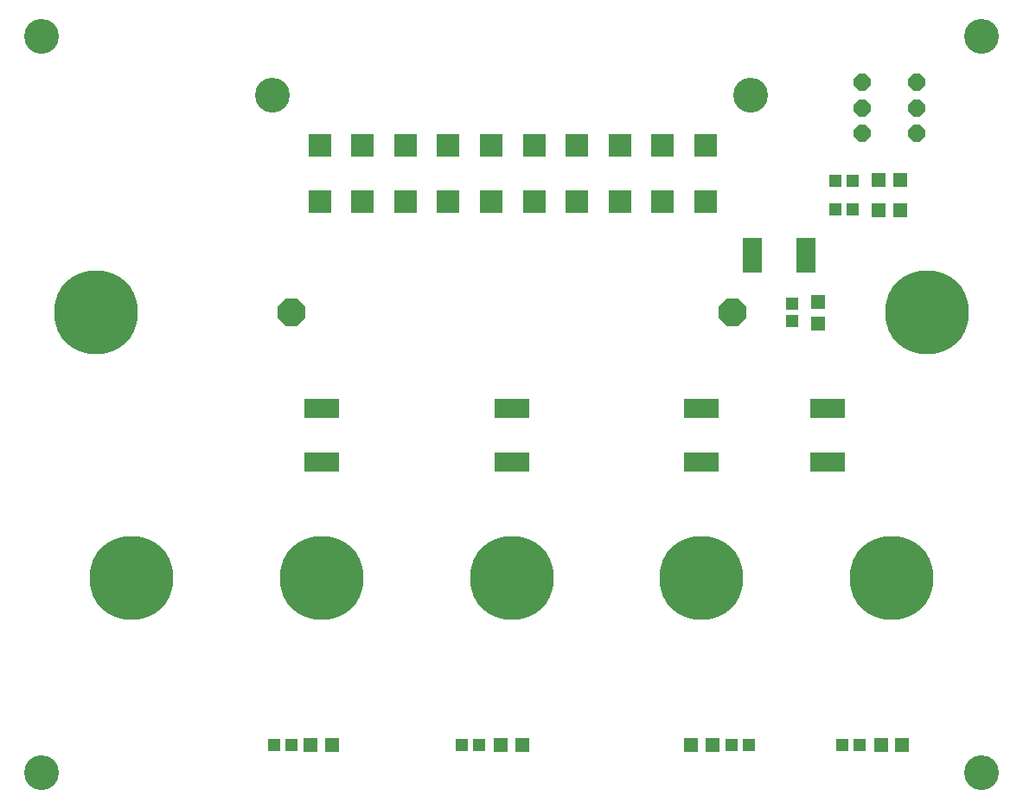
<source format=gbr>
G04 EAGLE Gerber RS-274X export*
G75*
%MOMM*%
%FSLAX34Y34*%
%LPD*%
%INSoldermask Top*%
%IPPOS*%
%AMOC8*
5,1,8,0,0,1.08239X$1,22.5*%
G01*
%ADD10P,2.969212X8X202.500000*%
%ADD11R,1.403200X1.403200*%
%ADD12R,1.203200X1.303200*%
%ADD13R,1.303200X1.203200*%
%ADD14R,3.353200X1.903200*%
%ADD15R,1.903200X3.353200*%
%ADD16C,8.203200*%
%ADD17R,2.303200X2.303200*%
%ADD18C,3.403200*%
%ADD19P,1.745679X8X112.500000*%


D10*
X715900Y490000D03*
X284100Y490000D03*
D11*
X324500Y66500D03*
X303500Y66500D03*
X510500Y66500D03*
X489500Y66500D03*
X675500Y66500D03*
X696500Y66500D03*
X800100Y500500D03*
X800100Y479500D03*
X882500Y66500D03*
X861500Y66500D03*
D12*
X284400Y66500D03*
X267400Y66500D03*
X468500Y66500D03*
X451500Y66500D03*
X715200Y66500D03*
X732200Y66500D03*
D13*
X774700Y481500D03*
X774700Y498500D03*
D12*
X840775Y66500D03*
X823775Y66500D03*
D14*
X809300Y396200D03*
X809300Y343800D03*
D15*
X735800Y546100D03*
X788200Y546100D03*
D14*
X686000Y396200D03*
X686000Y343800D03*
X500000Y396200D03*
X500000Y343800D03*
X314000Y396200D03*
X314000Y343800D03*
D11*
X880500Y590000D03*
X859500Y590000D03*
D12*
X834000Y590550D03*
X817000Y590550D03*
D16*
X314000Y230000D03*
X500000Y230000D03*
X686000Y230000D03*
X906650Y490000D03*
X872000Y230000D03*
X93350Y490000D03*
D17*
X312000Y653700D03*
X354000Y653700D03*
X396000Y653700D03*
X438000Y653700D03*
X480000Y653700D03*
X522000Y653700D03*
X564000Y653700D03*
X606000Y653700D03*
X648000Y653700D03*
X690000Y653700D03*
X312000Y598700D03*
X354000Y598700D03*
X396000Y598700D03*
X438000Y598700D03*
X480000Y598700D03*
X522000Y598700D03*
X564000Y598700D03*
X606000Y598700D03*
X648000Y598700D03*
X690000Y598700D03*
D18*
X266000Y703000D03*
X734000Y703000D03*
D16*
X128000Y230000D03*
D19*
X843000Y665000D03*
X843000Y690000D03*
X843000Y715000D03*
X897000Y715000D03*
X897000Y690000D03*
X897000Y665000D03*
D12*
X834000Y619125D03*
X817000Y619125D03*
D11*
X880500Y620000D03*
X859500Y620000D03*
D18*
X40000Y40000D03*
X960000Y40000D03*
X960000Y760000D03*
X40000Y760000D03*
M02*

</source>
